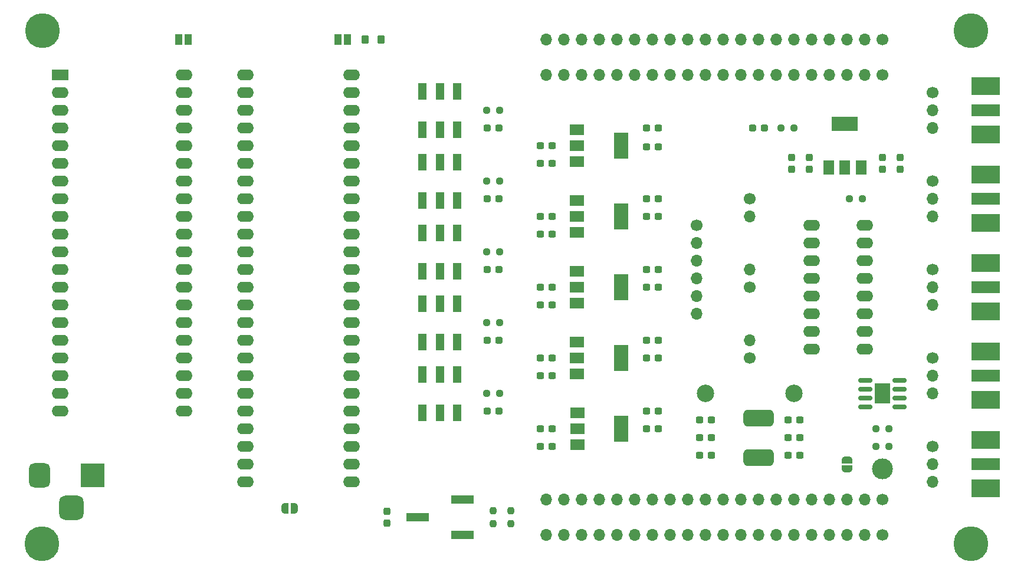
<source format=gbr>
%TF.GenerationSoftware,KiCad,Pcbnew,(6.0.5)*%
%TF.CreationDate,2022-07-21T21:10:46+10:00*%
%TF.ProjectId,glitcher,676c6974-6368-4657-922e-6b696361645f,rev?*%
%TF.SameCoordinates,Original*%
%TF.FileFunction,Soldermask,Top*%
%TF.FilePolarity,Negative*%
%FSLAX46Y46*%
G04 Gerber Fmt 4.6, Leading zero omitted, Abs format (unit mm)*
G04 Created by KiCad (PCBNEW (6.0.5)) date 2022-07-21 21:10:46*
%MOMM*%
%LPD*%
G01*
G04 APERTURE LIST*
G04 Aperture macros list*
%AMRoundRect*
0 Rectangle with rounded corners*
0 $1 Rounding radius*
0 $2 $3 $4 $5 $6 $7 $8 $9 X,Y pos of 4 corners*
0 Add a 4 corners polygon primitive as box body*
4,1,4,$2,$3,$4,$5,$6,$7,$8,$9,$2,$3,0*
0 Add four circle primitives for the rounded corners*
1,1,$1+$1,$2,$3*
1,1,$1+$1,$4,$5*
1,1,$1+$1,$6,$7*
1,1,$1+$1,$8,$9*
0 Add four rect primitives between the rounded corners*
20,1,$1+$1,$2,$3,$4,$5,0*
20,1,$1+$1,$4,$5,$6,$7,0*
20,1,$1+$1,$6,$7,$8,$9,0*
20,1,$1+$1,$8,$9,$2,$3,0*%
%AMFreePoly0*
4,1,22,0.500000,-0.750000,0.000000,-0.750000,0.000000,-0.745033,-0.079941,-0.743568,-0.215256,-0.701293,-0.333266,-0.622738,-0.424486,-0.514219,-0.481581,-0.384460,-0.499164,-0.250000,-0.500000,-0.250000,-0.500000,0.250000,-0.499164,0.250000,-0.499963,0.256109,-0.478152,0.396186,-0.417904,0.524511,-0.324060,0.630769,-0.204165,0.706417,-0.067858,0.745374,0.000000,0.744959,0.000000,0.750000,
0.500000,0.750000,0.500000,-0.750000,0.500000,-0.750000,$1*%
%AMFreePoly1*
4,1,20,0.000000,0.744959,0.073905,0.744508,0.209726,0.703889,0.328688,0.626782,0.421226,0.519385,0.479903,0.390333,0.500000,0.250000,0.500000,-0.250000,0.499851,-0.262216,0.476331,-0.402017,0.414519,-0.529596,0.319384,-0.634700,0.198574,-0.708877,0.061801,-0.746166,0.000000,-0.745033,0.000000,-0.750000,-0.500000,-0.750000,-0.500000,0.750000,0.000000,0.750000,0.000000,0.744959,
0.000000,0.744959,$1*%
G04 Aperture macros list end*
%ADD10R,2.400000X1.600000*%
%ADD11O,2.400000X1.600000*%
%ADD12R,2.000000X1.500000*%
%ADD13R,2.000000X3.800000*%
%ADD14C,1.700000*%
%ADD15O,1.700000X1.700000*%
%ADD16C,5.000000*%
%ADD17RoundRect,0.237500X-0.300000X-0.237500X0.300000X-0.237500X0.300000X0.237500X-0.300000X0.237500X0*%
%ADD18RoundRect,0.237500X-0.250000X-0.237500X0.250000X-0.237500X0.250000X0.237500X-0.250000X0.237500X0*%
%ADD19RoundRect,0.237500X-0.287500X-0.237500X0.287500X-0.237500X0.287500X0.237500X-0.287500X0.237500X0*%
%ADD20R,1.193800X2.489200*%
%ADD21RoundRect,0.237500X-0.237500X0.300000X-0.237500X-0.300000X0.237500X-0.300000X0.237500X0.300000X0*%
%ADD22RoundRect,0.150000X-0.825000X-0.150000X0.825000X-0.150000X0.825000X0.150000X-0.825000X0.150000X0*%
%ADD23R,2.290000X3.000000*%
%ADD24R,3.300000X1.190000*%
%ADD25RoundRect,0.237500X-0.237500X0.250000X-0.237500X-0.250000X0.237500X-0.250000X0.237500X0.250000X0*%
%ADD26C,2.500000*%
%ADD27R,4.190000X1.780000*%
%ADD28R,4.190000X2.665000*%
%ADD29RoundRect,0.250000X-0.275000X-0.350000X0.275000X-0.350000X0.275000X0.350000X-0.275000X0.350000X0*%
%ADD30RoundRect,0.237500X0.250000X0.237500X-0.250000X0.237500X-0.250000X-0.237500X0.250000X-0.237500X0*%
%ADD31RoundRect,0.600000X-1.590000X-0.600000X1.590000X-0.600000X1.590000X0.600000X-1.590000X0.600000X0*%
%ADD32R,1.000000X1.500000*%
%ADD33FreePoly0,270.000000*%
%ADD34FreePoly1,270.000000*%
%ADD35FreePoly0,0.000000*%
%ADD36FreePoly1,0.000000*%
%ADD37C,2.999999*%
%ADD38R,3.500001X3.500001*%
%ADD39RoundRect,0.750000X-0.749999X-1.000000X0.749999X-1.000000X0.749999X1.000000X-0.749999X1.000000X0*%
%ADD40RoundRect,0.875000X-0.875000X-0.875000X0.875000X-0.875000X0.875000X0.875000X-0.875000X0.875000X0*%
%ADD41RoundRect,0.237500X0.237500X-0.250000X0.237500X0.250000X-0.237500X0.250000X-0.237500X-0.250000X0*%
%ADD42RoundRect,0.237500X0.237500X-0.300000X0.237500X0.300000X-0.237500X0.300000X-0.237500X-0.300000X0*%
%ADD43R,1.500000X2.000000*%
%ADD44R,3.800000X2.000000*%
G04 APERTURE END LIST*
D10*
%TO.C,U1*%
X92705000Y-50805000D03*
D11*
X92705000Y-53345000D03*
X92705000Y-55885000D03*
X92705000Y-58425000D03*
X92705000Y-60965000D03*
X92705000Y-63505000D03*
X92705000Y-66045000D03*
X92705000Y-68585000D03*
X92705000Y-71125000D03*
X92705000Y-73665000D03*
X92705000Y-76205000D03*
X92705000Y-78745000D03*
X92705000Y-81285000D03*
X92705000Y-83825000D03*
X92705000Y-86365000D03*
X92705000Y-88905000D03*
X92705000Y-91445000D03*
X92705000Y-93985000D03*
X92705000Y-96525000D03*
X92705000Y-99065000D03*
X110485000Y-99065000D03*
X110485000Y-96525000D03*
X110485000Y-93985000D03*
X110485000Y-91445000D03*
X110485000Y-88905000D03*
X110485000Y-86365000D03*
X110485000Y-83825000D03*
X110485000Y-81285000D03*
X110485000Y-78745000D03*
X110485000Y-76205000D03*
X110485000Y-73665000D03*
X110485000Y-71125000D03*
X110485000Y-68585000D03*
X110485000Y-66045000D03*
X110485000Y-63505000D03*
X110485000Y-60965000D03*
X110485000Y-58425000D03*
X110485000Y-55885000D03*
X110485000Y-53345000D03*
X110485000Y-50805000D03*
%TD*%
D12*
%TO.C,U6_VADJ_OUT1*%
X166965714Y-99300000D03*
X166965714Y-101600000D03*
D13*
X173265714Y-101600000D03*
D12*
X166965714Y-103900000D03*
%TD*%
D14*
%TO.C,J4*%
X217920704Y-53340000D03*
D15*
X217920714Y-55880000D03*
X217920714Y-58420000D03*
%TD*%
D14*
%TO.C,J_RIGHTEXP_OUTER1*%
X210755714Y-50800000D03*
D15*
X208215714Y-50800000D03*
X205675714Y-50800000D03*
X203135714Y-50800000D03*
X200595714Y-50800000D03*
X198055714Y-50800000D03*
X195515714Y-50800000D03*
X192975714Y-50800000D03*
X190435714Y-50800000D03*
X187895714Y-50800000D03*
X185355714Y-50800000D03*
X182815714Y-50800000D03*
X180275714Y-50800000D03*
X177735714Y-50800000D03*
X175195714Y-50800000D03*
X172655714Y-50800000D03*
X170115714Y-50800000D03*
X167575714Y-50800000D03*
X165035714Y-50800000D03*
X162495714Y-50800000D03*
%TD*%
D16*
%TO.C,REF\u002A\u002A*%
X223455714Y-118110000D03*
%TD*%
D17*
%TO.C,C9*%
X161633214Y-60960000D03*
X163358214Y-60960000D03*
%TD*%
D18*
%TO.C,R2*%
X153963214Y-86360000D03*
X155788214Y-86360000D03*
%TD*%
D17*
%TO.C,C12*%
X176873214Y-78740000D03*
X178598214Y-78740000D03*
%TD*%
%TO.C,C18*%
X176873214Y-91440000D03*
X178598214Y-91440000D03*
%TD*%
D19*
%TO.C,D4*%
X154000714Y-58420000D03*
X155750714Y-58420000D03*
%TD*%
D14*
%TO.C,J_LEFTEXP1*%
X210755714Y-116840000D03*
D15*
X208215714Y-116840000D03*
X205675714Y-116840000D03*
X203135714Y-116840000D03*
X200595714Y-116840000D03*
X198055714Y-116840000D03*
X195515714Y-116840000D03*
X192975714Y-116840000D03*
X190435714Y-116840000D03*
X187895714Y-116840000D03*
X185355714Y-116840000D03*
X182815714Y-116840000D03*
X180275714Y-116840000D03*
X177735714Y-116840000D03*
X175195714Y-116840000D03*
X172655714Y-116840000D03*
X170115714Y-116840000D03*
X167575714Y-116840000D03*
X165035714Y-116840000D03*
X162495714Y-116840000D03*
%TD*%
D20*
%TO.C,SW3_VADJ_OUT1*%
X144755714Y-99275900D03*
X147255714Y-99275900D03*
X149755714Y-99275900D03*
X149755714Y-93764100D03*
X147255714Y-93764100D03*
X144755714Y-93764100D03*
%TD*%
D21*
%TO.C,C8*%
X139635714Y-113437500D03*
X139635714Y-115162500D03*
%TD*%
D17*
%TO.C,C15*%
X176873214Y-61110000D03*
X178598214Y-61110000D03*
%TD*%
%TO.C,C16*%
X176873214Y-71120000D03*
X178598214Y-71120000D03*
%TD*%
D22*
%TO.C,U4*%
X208280714Y-94615000D03*
X208280714Y-95885000D03*
X208280714Y-97155000D03*
X208280714Y-98425000D03*
X213230714Y-98425000D03*
X213230714Y-97155000D03*
X213230714Y-95885000D03*
X213230714Y-94615000D03*
D23*
X210755714Y-96520000D03*
%TD*%
D24*
%TO.C,RV1*%
X150455714Y-116840000D03*
X144055714Y-114300000D03*
X150455714Y-111760000D03*
%TD*%
D17*
%TO.C,C28*%
X184493214Y-102870000D03*
X186218214Y-102870000D03*
%TD*%
D25*
%TO.C,R7*%
X157415714Y-113387500D03*
X157415714Y-115212500D03*
%TD*%
D26*
%TO.C,TP4*%
X198055714Y-96520000D03*
%TD*%
D14*
%TO.C,J_LEFTEXP_OUTER1*%
X210755716Y-111759992D03*
D15*
X208215714Y-111760000D03*
X205675714Y-111760000D03*
X203135714Y-111760000D03*
X200595714Y-111760000D03*
X198055714Y-111760000D03*
X195515714Y-111760000D03*
X192975714Y-111760000D03*
X190435714Y-111760000D03*
X187895714Y-111760000D03*
X185355714Y-111760000D03*
X182815714Y-111760000D03*
X180275714Y-111760000D03*
X177735714Y-111760000D03*
X175195714Y-111760000D03*
X172655714Y-111760000D03*
X170115714Y-111760000D03*
X167575714Y-111760000D03*
X165035714Y-111760000D03*
X162495716Y-111759992D03*
%TD*%
D12*
%TO.C,U8_2V5_OUT1*%
X166925714Y-68820000D03*
D13*
X173225714Y-71120000D03*
D12*
X166925714Y-71120000D03*
X166925714Y-73420000D03*
%TD*%
D18*
%TO.C,R3*%
X153963214Y-96520000D03*
X155788214Y-96520000D03*
%TD*%
D27*
%TO.C,HS2_OUT1*%
X225540714Y-93980000D03*
D28*
X225540714Y-97472500D03*
X225540714Y-90487500D03*
%TD*%
D18*
%TO.C,R1*%
X153963214Y-76200000D03*
X155788214Y-76200000D03*
%TD*%
D17*
%TO.C,C2*%
X161633214Y-93980000D03*
X163358214Y-93980000D03*
%TD*%
D29*
%TO.C,FB1*%
X136530000Y-45720000D03*
X138830000Y-45720000D03*
%TD*%
D14*
%TO.C,J2*%
X184085714Y-72390000D03*
D15*
X184085714Y-74930000D03*
X184085714Y-77470000D03*
X184085714Y-80010000D03*
X184085714Y-82550000D03*
X184085714Y-85090000D03*
%TD*%
D17*
%TO.C,C21*%
X176873214Y-68580000D03*
X178598214Y-68580000D03*
%TD*%
D20*
%TO.C,SW1_1V8_OUT1*%
X144755714Y-78955900D03*
X147255714Y-78955900D03*
X149755714Y-78955900D03*
X149755714Y-73444100D03*
X147255714Y-73444100D03*
X144755714Y-73444100D03*
%TD*%
D27*
%TO.C,SMA_Y1*%
X225540714Y-68580000D03*
D28*
X225540714Y-72072500D03*
X225540714Y-65087500D03*
%TD*%
D12*
%TO.C,U5_1V2_OUT1*%
X166925714Y-89140000D03*
D13*
X173225714Y-91440000D03*
D12*
X166925714Y-91440000D03*
X166925714Y-93740000D03*
%TD*%
D30*
%TO.C,PULLUP_MAX4619_EN1*%
X207858214Y-68580000D03*
X206033214Y-68580000D03*
%TD*%
D20*
%TO.C,SW5_2V5_OUT1*%
X144755714Y-68795900D03*
X147255714Y-68795900D03*
X149755714Y-68795900D03*
X149755714Y-63284100D03*
X147255714Y-63284100D03*
X144755714Y-63284100D03*
%TD*%
D27*
%TO.C,TRIG_IN1*%
X225540714Y-106680000D03*
D28*
X225540714Y-103187500D03*
X225540714Y-110172500D03*
%TD*%
D17*
%TO.C,C13*%
X176873214Y-88900000D03*
X178598214Y-88900000D03*
%TD*%
D14*
%TO.C,J7*%
X217920704Y-78740000D03*
D15*
X217920714Y-81280000D03*
X217920714Y-83820000D03*
%TD*%
D14*
%TO.C,J_RIGHTEXP1*%
X210755714Y-45720000D03*
D15*
X208215714Y-45720000D03*
X205675714Y-45720000D03*
X203135714Y-45720000D03*
X200595714Y-45720000D03*
X198055714Y-45720000D03*
X195515714Y-45720000D03*
X192975714Y-45720000D03*
X190435714Y-45720000D03*
X187895714Y-45720000D03*
X185355714Y-45720000D03*
X182815714Y-45720000D03*
X180275714Y-45720000D03*
X177735714Y-45720000D03*
X175195714Y-45720000D03*
X172655714Y-45720000D03*
X170115714Y-45720000D03*
X167575714Y-45720000D03*
X165035714Y-45720000D03*
X162495714Y-45720000D03*
%TD*%
D30*
%TO.C,R10*%
X211668214Y-101600000D03*
X209843214Y-101600000D03*
%TD*%
D16*
%TO.C,REF\u002A\u002A*%
X223455714Y-44450000D03*
%TD*%
D21*
%TO.C,C25*%
X210755714Y-62637500D03*
X210755714Y-64362500D03*
%TD*%
D31*
%TO.C,L1*%
X192975714Y-100020000D03*
X192975714Y-105720000D03*
%TD*%
D17*
%TO.C,C20*%
X176873214Y-58420000D03*
X178598214Y-58420000D03*
%TD*%
%TO.C,C3*%
X161633214Y-101600000D03*
X163358214Y-101600000D03*
%TD*%
D32*
%TO.C,JP2*%
X111075714Y-45720000D03*
X109775714Y-45720000D03*
%TD*%
D33*
%TO.C,JP1*%
X205675714Y-106030000D03*
D34*
X205675714Y-107330000D03*
%TD*%
D18*
%TO.C,R5*%
X153963214Y-66040000D03*
X155788214Y-66040000D03*
%TD*%
%TO.C,R9*%
X209843214Y-104140000D03*
X211668214Y-104140000D03*
%TD*%
D17*
%TO.C,C26*%
X184493214Y-105410000D03*
X186218214Y-105410000D03*
%TD*%
%TO.C,C14*%
X176873214Y-99060000D03*
X178598214Y-99060000D03*
%TD*%
D14*
%TO.C,J5*%
X217920704Y-66040000D03*
D15*
X217920714Y-68580000D03*
X217920714Y-71120000D03*
%TD*%
D14*
%TO.C,J6*%
X217920704Y-104140000D03*
D15*
X217920714Y-106680000D03*
X217920714Y-109220000D03*
%TD*%
D17*
%TO.C,C31*%
X197218214Y-100330000D03*
X198943214Y-100330000D03*
%TD*%
%TO.C,C11*%
X161633214Y-104140000D03*
X163358214Y-104140000D03*
%TD*%
D35*
%TO.C,JP4*%
X125015714Y-113030000D03*
D36*
X126315714Y-113030000D03*
%TD*%
D17*
%TO.C,C30*%
X197218214Y-105410000D03*
X198943214Y-105410000D03*
%TD*%
D12*
%TO.C,U4_1V8_OUT1*%
X166925714Y-78980000D03*
D13*
X173225714Y-81280000D03*
D12*
X166925714Y-81280000D03*
X166925714Y-83580000D03*
%TD*%
D17*
%TO.C,C4*%
X161633214Y-63500000D03*
X163358214Y-63500000D03*
%TD*%
D16*
%TO.C,REF\u002A\u002A*%
X90170000Y-44450000D03*
%TD*%
D37*
%TO.C,REF\u002A\u002A*%
X210755714Y-107315000D03*
%TD*%
D17*
%TO.C,C19*%
X176873214Y-101600000D03*
X178598214Y-101600000D03*
%TD*%
D14*
%TO.C,PINS_Z_INPUT1*%
X191705714Y-91440000D03*
D15*
X191705714Y-88900000D03*
%TD*%
D17*
%TO.C,C1*%
X161633214Y-83820000D03*
X163358214Y-83820000D03*
%TD*%
D19*
%TO.C,D3*%
X154000714Y-99060000D03*
X155750714Y-99060000D03*
%TD*%
D17*
%TO.C,C6*%
X161633214Y-81280000D03*
X163358214Y-81280000D03*
%TD*%
D21*
%TO.C,C24*%
X213295714Y-62637500D03*
X213295714Y-64362500D03*
%TD*%
D11*
%TO.C,U2*%
X134555718Y-109219992D03*
X134555714Y-106680000D03*
X134555714Y-104140000D03*
X134555714Y-101600000D03*
X134555714Y-99060000D03*
X134555714Y-96520000D03*
X134555714Y-93980000D03*
X134555714Y-91440000D03*
X134555714Y-88900000D03*
X134555714Y-86360000D03*
X134555714Y-83820000D03*
X134555714Y-81280000D03*
X134555714Y-78740000D03*
X134555714Y-76200000D03*
X134555714Y-73660000D03*
X134555714Y-71120000D03*
X134555714Y-68580000D03*
X134555714Y-66040000D03*
X134555714Y-63500000D03*
X134555714Y-60960000D03*
X134555714Y-58420000D03*
X134555714Y-55880000D03*
X134555714Y-53340000D03*
X134555714Y-50800000D03*
X119315714Y-50800000D03*
X119315714Y-53340000D03*
X119315714Y-55880000D03*
X119315714Y-58420000D03*
X119315714Y-60960000D03*
X119315714Y-63500000D03*
X119315714Y-66040000D03*
X119315714Y-68580000D03*
X119315714Y-71120000D03*
X119315714Y-73660000D03*
X119315714Y-76200000D03*
X119315714Y-78740000D03*
X119315714Y-81280000D03*
X119315714Y-83820000D03*
X119315714Y-86360000D03*
X119315714Y-88900000D03*
X119315714Y-91440000D03*
X119315714Y-93980000D03*
X119315714Y-96520000D03*
X119315714Y-99060000D03*
X119315714Y-101600000D03*
X119315714Y-104140000D03*
X119315714Y-106680000D03*
X119315714Y-109220000D03*
%TD*%
D19*
%TO.C,D2*%
X154000714Y-88900000D03*
X155750714Y-88900000D03*
%TD*%
%TO.C,D1*%
X154000714Y-78740000D03*
X155750714Y-78740000D03*
%TD*%
D17*
%TO.C,C7*%
X161633214Y-91440000D03*
X163358214Y-91440000D03*
%TD*%
D11*
%TO.C,U3*%
X200605722Y-72379992D03*
X200605714Y-74920000D03*
X200605714Y-77460000D03*
X200605714Y-80000000D03*
X200605714Y-82540000D03*
X200605714Y-85080000D03*
X200605714Y-87620000D03*
X200605714Y-90160000D03*
X208225714Y-90160000D03*
X208225714Y-87620000D03*
X208225714Y-85080000D03*
X208225714Y-82540000D03*
X208225714Y-80000000D03*
X208225714Y-77460000D03*
X208225714Y-74920000D03*
X208225714Y-72380000D03*
%TD*%
D17*
%TO.C,C5*%
X161633214Y-73660000D03*
X163358214Y-73660000D03*
%TD*%
D38*
%TO.C,J1*%
X97375724Y-108262492D03*
D39*
X89755724Y-108262492D03*
D40*
X94375726Y-112962496D03*
%TD*%
D30*
%TO.C,R8*%
X198055714Y-58420000D03*
X196230714Y-58420000D03*
%TD*%
D26*
%TO.C,TP3*%
X185355714Y-96520000D03*
%TD*%
D41*
%TO.C,R6*%
X154875714Y-115212500D03*
X154875714Y-113387500D03*
%TD*%
D42*
%TO.C,C22*%
X197765714Y-64362500D03*
X197765714Y-62637500D03*
%TD*%
D43*
%TO.C,U9_3V3ALWAYS1*%
X203085714Y-64110000D03*
D44*
X205385714Y-57810000D03*
D43*
X205385714Y-64110000D03*
X207685714Y-64110000D03*
%TD*%
D12*
%TO.C,U7_3V3_OUT1*%
X166925714Y-58660000D03*
X166925714Y-60960000D03*
D13*
X173225714Y-60960000D03*
D12*
X166925714Y-63260000D03*
%TD*%
D17*
%TO.C,C29*%
X197218214Y-102870000D03*
X198943214Y-102870000D03*
%TD*%
%TO.C,C10*%
X161633214Y-71120000D03*
X163358214Y-71120000D03*
%TD*%
D16*
%TO.C,REF\u002A\u002A*%
X90105713Y-118110000D03*
%TD*%
D14*
%TO.C,J3*%
X217920704Y-91440000D03*
D15*
X217920714Y-93980000D03*
X217920714Y-96520000D03*
%TD*%
D20*
%TO.C,SW4_3V3_OUT1*%
X144755714Y-58635900D03*
X147255714Y-58635900D03*
X149755714Y-58635900D03*
X149755714Y-53124100D03*
X147255714Y-53124100D03*
X144755714Y-53124100D03*
%TD*%
D14*
%TO.C,PINS_Y_INPUT1*%
X191705714Y-81280000D03*
D15*
X191705714Y-78740000D03*
%TD*%
D27*
%TO.C,SMA_Z1*%
X225540714Y-81280000D03*
D28*
X225540714Y-77787500D03*
X225540714Y-84772500D03*
%TD*%
D17*
%TO.C,C17*%
X176873214Y-81280000D03*
X178598214Y-81280000D03*
%TD*%
D19*
%TO.C,D5*%
X154000714Y-68580000D03*
X155750714Y-68580000D03*
%TD*%
D27*
%TO.C,SMA_X1*%
X225540714Y-55880000D03*
D28*
X225540714Y-52387500D03*
X225540714Y-59372500D03*
%TD*%
D19*
%TO.C,D6*%
X192100714Y-58420000D03*
X193850714Y-58420000D03*
%TD*%
D20*
%TO.C,SW2_1V2_OUT1*%
X144755714Y-89115900D03*
X147255714Y-89115900D03*
X149755714Y-89115900D03*
X149755714Y-83604100D03*
X147255714Y-83604100D03*
X144755714Y-83604100D03*
%TD*%
D42*
%TO.C,C23*%
X200305714Y-64362500D03*
X200305714Y-62637500D03*
%TD*%
D32*
%TO.C,JP3*%
X132635714Y-45720000D03*
X133935714Y-45720000D03*
%TD*%
D18*
%TO.C,R4*%
X153963214Y-55880000D03*
X155788214Y-55880000D03*
%TD*%
D17*
%TO.C,C27*%
X184493214Y-100330000D03*
X186218214Y-100330000D03*
%TD*%
D14*
%TO.C,PINS_X_INPUT1*%
X191705714Y-68580000D03*
D15*
X191705714Y-71120000D03*
%TD*%
M02*

</source>
